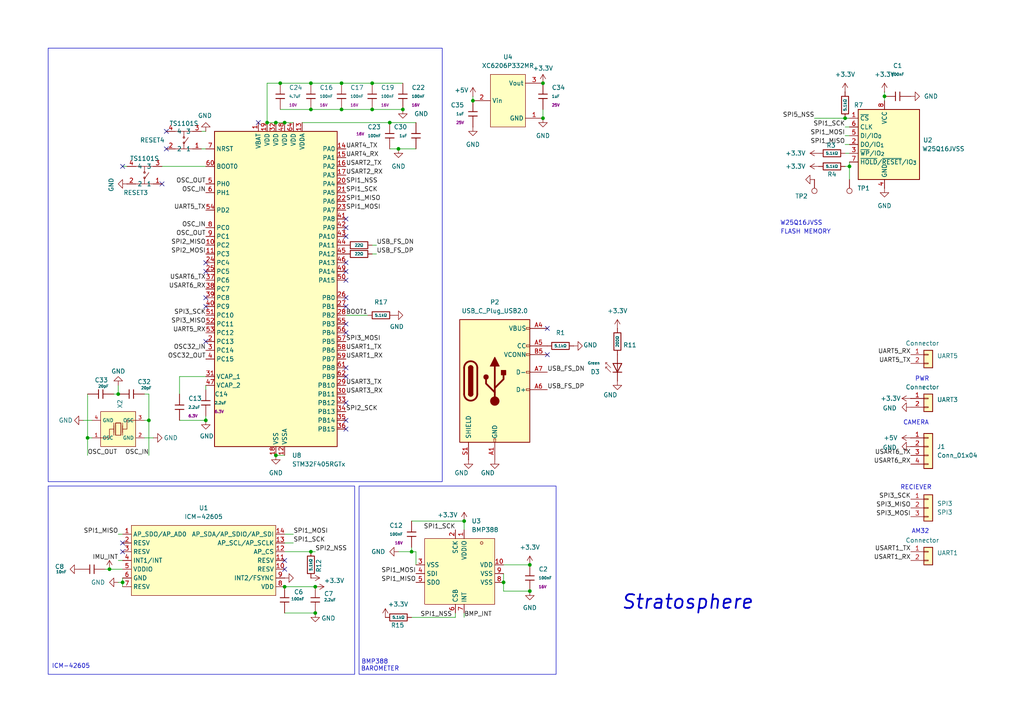
<source format=kicad_sch>
(kicad_sch (version 20250114) (generator "eeschema") (generator_version "9.0")
  (paper "A4")
  (rectangle (start 13.97 13.97) (end 128.27 139.7))
  (rectangle (start 104.14 140.97) (end 161.29 195.58))
  (rectangle (start 13.97 140.97) (end 102.87 195.58))
  (text "FLASH MEMORY\n" (at 233.68 67.31 0) (effects (font (size 1.27 1.27))))
  (text "PWR" (at 267.462 109.982 0) (effects (font (size 1.27 1.27))))
  (text "Stratosphere\n" (at 199.39 174.752 0) (effects (font (size 4 4) (thickness 0.5) (italic yes))))
  (text "ICM-42605" (at 20.574 193.294 0) (effects (font (size 1.27 1.27))))
  (text "BAROMETER\n" (at 110.236 194.056 0) (effects (font (size 1.27 1.27))))
  (text "BMP388" (at 108.712 192.024 0) (effects (font (size 1.27 1.27))))
  (text "AM32\n" (at 266.954 154.178 0) (effects (font (size 1.27 1.27))))
  (text "CAMERA\n" (at 265.684 122.682 0) (effects (font (size 1.27 1.27))))
  (text "RECIEVER\n" (at 265.684 141.478 0) (effects (font (size 1.27 1.27))))
  (text "W25Q16JVSS" (at 232.41 64.77 0) (effects (font (size 1.27 1.27))))
  (junction (at 80.01 35.56))
  (junction (at 82.55 170.18))
  (junction (at 99.06 31.75))
  (junction (at 115.57 43.18))
  (junction (at 107.95 24.13))
  (junction (at 153.67 163.83))
  (junction (at 91.44 170.18))
  (junction (at 31.75 165.1))
  (junction (at 43.18 121.92))
  (junction (at 256.54 27.94))
  (junction (at 35.56 168.91))
  (junction (at 146.05 168.91))
  (junction (at 77.47 35.56))
  (junction (at 245.11 34.29))
  (junction (at 81.28 24.13))
  (junction (at 134.62 151.13))
  (junction (at 91.44 177.8))
  (junction (at 59.69 121.92))
  (junction (at 113.03 35.56))
  (junction (at 116.84 31.75))
  (junction (at 246.38 48.26))
  (junction (at 90.17 24.13))
  (junction (at 137.16 29.21))
  (junction (at 119.38 160.02))
  (junction (at 90.17 160.02))
  (junction (at 34.29 114.3))
  (junction (at 90.17 31.75))
  (junction (at 80.01 132.08))
  (junction (at 25.4 127))
  (junction (at 157.48 34.29))
  (junction (at 153.67 171.45))
  (junction (at 157.48 24.13))
  (junction (at 82.55 35.56))
  (junction (at 107.95 31.75))
  (junction (at 99.06 24.13))
  (no_connect (at 82.55 162.56))
  (no_connect (at 158.75 102.87))
  (no_connect (at 100.33 106.68))
  (no_connect (at 100.33 109.22))
  (no_connect (at 59.69 76.2))
  (no_connect (at 100.33 93.98))
  (no_connect (at 100.33 78.74))
  (no_connect (at 100.33 116.84))
  (no_connect (at 158.75 95.25))
  (no_connect (at 59.69 88.9))
  (no_connect (at 100.33 76.2))
  (no_connect (at 59.69 86.36))
  (no_connect (at 100.33 81.28))
  (no_connect (at 74.93 35.56))
  (no_connect (at 48.26 38.1))
  (no_connect (at 35.56 157.48))
  (no_connect (at 82.55 165.1))
  (no_connect (at 100.33 88.9))
  (no_connect (at 46.99 53.34))
  (no_connect (at 59.69 78.74))
  (no_connect (at 100.33 66.04))
  (no_connect (at 100.33 124.46))
  (no_connect (at 100.33 121.92))
  (no_connect (at 100.33 63.5))
  (no_connect (at 59.69 99.06))
  (no_connect (at 48.26 43.18))
  (no_connect (at 100.33 68.58))
  (no_connect (at 100.33 86.36))
  (no_connect (at 35.56 160.02))
  (no_connect (at 100.33 96.52))
  (no_connect (at 35.56 48.26))
  (wire (pts (xy 81.28 24.13) (xy 90.17 24.13)))
  (wire (pts (xy 80.01 35.56) (xy 82.55 35.56)))
  (wire (pts (xy 31.75 165.1) (xy 35.56 165.1)))
  (wire (pts (xy 34.29 114.3) (xy 33.02 114.3)))
  (wire (pts (xy 59.69 121.92) (xy 59.69 120.65)))
  (wire (pts (xy 77.47 35.56) (xy 77.47 24.13)))
  (wire (pts (xy 77.47 24.13) (xy 81.28 24.13)))
  (wire (pts (xy 34.29 168.91) (xy 35.56 168.91)))
  (wire (pts (xy 80.01 132.08) (xy 82.55 132.08)))
  (wire (pts (xy 245.11 41.91) (xy 246.38 41.91)))
  (wire (pts (xy 43.18 114.3) (xy 43.18 121.92)))
  (wire (pts (xy 119.38 179.07) (xy 132.08 179.07)))
  (wire (pts (xy 246.38 48.26) (xy 246.38 46.99)))
  (wire (pts (xy 58.42 43.18) (xy 59.69 43.18)))
  (wire (pts (xy 146.05 163.83) (xy 153.67 163.83)))
  (wire (pts (xy 245.11 36.83) (xy 246.38 36.83)))
  (wire (pts (xy 113.03 35.56) (xy 120.65 35.56)))
  (wire (pts (xy 43.18 121.92) (xy 41.91 121.92)))
  (wire (pts (xy 46.99 48.26) (xy 59.69 48.26)))
  (wire (pts (xy 85.09 157.48) (xy 82.55 157.48)))
  (wire (pts (xy 119.38 160.02) (xy 120.65 160.02)))
  (wire (pts (xy 113.03 43.18) (xy 115.57 43.18)))
  (wire (pts (xy 44.45 127) (xy 41.91 127)))
  (wire (pts (xy 25.4 127) (xy 26.67 127)))
  (wire (pts (xy 25.4 114.3) (xy 25.4 127)))
  (wire (pts (xy 99.06 24.13) (xy 107.95 24.13)))
  (wire (pts (xy 256.54 27.94) (xy 256.54 29.21)))
  (wire (pts (xy 87.63 35.56) (xy 113.03 35.56)))
  (wire (pts (xy 107.95 31.75) (xy 116.84 31.75)))
  (wire (pts (xy 107.95 24.13) (xy 116.84 24.13)))
  (wire (pts (xy 35.56 167.64) (xy 35.56 168.91)))
  (wire (pts (xy 59.69 121.92) (xy 52.07 121.92)))
  (wire (pts (xy 137.16 27.94) (xy 137.16 29.21)))
  (wire (pts (xy 153.67 171.45) (xy 146.05 171.45)))
  (wire (pts (xy 59.69 109.22) (xy 52.07 109.22)))
  (wire (pts (xy 34.29 154.94) (xy 35.56 154.94)))
  (wire (pts (xy 146.05 166.37) (xy 146.05 168.91)))
  (wire (pts (xy 43.18 114.3) (xy 41.91 114.3)))
  (wire (pts (xy 134.62 179.07) (xy 134.62 177.8)))
  (wire (pts (xy 132.08 179.07) (xy 132.08 177.8)))
  (wire (pts (xy 115.57 160.02) (xy 119.38 160.02)))
  (wire (pts (xy 34.29 111.76) (xy 34.29 114.3)))
  (wire (pts (xy 256.54 26.67) (xy 256.54 27.94)))
  (wire (pts (xy 85.09 154.94) (xy 82.55 154.94)))
  (wire (pts (xy 157.48 31.75) (xy 157.48 34.29)))
  (wire (pts (xy 30.48 165.1) (xy 31.75 165.1)))
  (wire (pts (xy 236.22 34.29) (xy 245.11 34.29)))
  (wire (pts (xy 246.38 48.26) (xy 246.38 52.07)))
  (wire (pts (xy 82.55 35.56) (xy 85.09 35.56)))
  (wire (pts (xy 90.17 24.13) (xy 99.06 24.13)))
  (wire (pts (xy 146.05 171.45) (xy 146.05 168.91)))
  (wire (pts (xy 59.69 113.03) (xy 59.69 111.76)))
  (wire (pts (xy 245.11 34.29) (xy 246.38 34.29)))
  (wire (pts (xy 109.22 71.12) (xy 107.95 71.12)))
  (wire (pts (xy 100.33 91.44) (xy 106.68 91.44)))
  (wire (pts (xy 134.62 151.13) (xy 119.38 151.13)))
  (wire (pts (xy 119.38 158.75) (xy 119.38 160.02)))
  (wire (pts (xy 25.4 132.08) (xy 25.4 127)))
  (wire (pts (xy 90.17 31.75) (xy 99.06 31.75)))
  (wire (pts (xy 34.29 162.56) (xy 35.56 162.56)))
  (wire (pts (xy 82.55 177.8) (xy 91.44 177.8)))
  (wire (pts (xy 99.06 31.75) (xy 107.95 31.75)))
  (wire (pts (xy 82.55 160.02) (xy 90.17 160.02)))
  (wire (pts (xy 82.55 170.18) (xy 91.44 170.18)))
  (wire (pts (xy 120.65 43.18) (xy 115.57 43.18)))
  (wire (pts (xy 120.65 160.02) (xy 120.65 163.83)))
  (wire (pts (xy 77.47 35.56) (xy 80.01 35.56)))
  (wire (pts (xy 245.11 39.37) (xy 246.38 39.37)))
  (wire (pts (xy 134.62 153.67) (xy 134.62 151.13)))
  (wire (pts (xy 58.42 38.1) (xy 59.69 38.1)))
  (wire (pts (xy 245.11 48.26) (xy 246.38 48.26)))
  (wire (pts (xy 245.11 44.45) (xy 246.38 44.45)))
  (wire (pts (xy 43.18 121.92) (xy 43.18 132.08)))
  (wire (pts (xy 52.07 109.22) (xy 52.07 114.3)))
  (wire (pts (xy 90.17 160.02) (xy 91.44 160.02)))
  (wire (pts (xy 107.95 73.66) (xy 109.22 73.66)))
  (wire (pts (xy 81.28 31.75) (xy 90.17 31.75)))
  (wire (pts (xy 35.56 48.26) (xy 36.83 48.26)))
  (wire (pts (xy 35.56 168.91) (xy 35.56 170.18)))
  (wire (pts (xy 24.13 121.92) (xy 26.67 121.92)))
  (label "SPI1_SCK" (at 100.33 55.88 0))
  (label "SPI3_MOSI" (at 264.16 149.86 180))
  (label "SPI2_NSS" (at 91.44 160.02 0))
  (label "USB_FS_DN" (at 109.22 71.12 0))
  (label "SPI2_MOSI" (at 59.69 73.66 180))
  (label "SPI1_SCK" (at 245.11 36.83 180))
  (label "OSC_IN" (at 43.18 132.08 180))
  (label "UART5_RX" (at 59.69 96.52 180))
  (label "SPI1_MISO" (at 245.11 41.91 180))
  (label "SPI3_SCK" (at 264.16 144.78 180))
  (label "OSC32_OUT" (at 59.69 104.14 180))
  (label "SPI3_MOSI" (at 100.33 99.06 0))
  (label "USART6_RX" (at 59.69 83.82 180))
  (label "USART3_RX" (at 100.33 114.3 0))
  (label "SPI3_SCK" (at 59.69 91.44 180))
  (label "OSC_IN" (at 59.69 55.88 180))
  (label "SPI3_MISO" (at 264.16 147.32 180))
  (label "USART6_TX" (at 264.16 132.08 180))
  (label "USB_FS_DN" (at 158.75 107.95 0))
  (label "UART5_TX" (at 59.69 60.96 180))
  (label "SPI1_MOSI" (at 85.09 154.94 0))
  (label "SPI1_NSS" (at 100.33 53.34 0))
  (label "SPI1_MOSI" (at 120.65 166.37 180))
  (label "USART6_RX" (at 264.16 134.62 180))
  (label "USART1_RX" (at 264.16 162.56 180))
  (label "SPI1_MISO" (at 120.65 168.91 180))
  (label "UART5_TX" (at 264.16 105.41 180))
  (label "USART2_TX" (at 100.33 48.26 0))
  (label "BMP_INT" (at 134.62 179.07 0))
  (label "SPI1_MOSI" (at 245.11 39.37 180))
  (label "SPI1_NSS" (at 121.92 179.07 0))
  (label "UART5_RX" (at 264.16 102.87 180))
  (label "USART3_TX" (at 100.33 111.76 0))
  (label "OSC_OUT" (at 59.69 53.34 180))
  (label "BOOT1" (at 100.33 91.44 0))
  (label "OSC_IN" (at 59.69 66.04 180))
  (label "SPI1_MOSI" (at 100.33 60.96 0))
  (label "SPI1_MISO" (at 100.33 58.42 0))
  (label "SPI1_SCK" (at 85.09 157.48 0))
  (label "USART2_RX" (at 100.33 50.8 0))
  (label "SPI1_SCK" (at 132.08 153.67 180))
  (label "UART4_TX" (at 100.33 43.18 0))
  (label "USART1_TX" (at 264.16 160.02 180))
  (label "OSC32_IN" (at 59.69 101.6 180))
  (label "OSC_OUT" (at 25.4 132.08 0))
  (label "USART1_TX" (at 100.33 101.6 0))
  (label "SPI2_MISO" (at 59.69 71.12 180))
  (label "USB_FS_DP" (at 158.75 113.03 0))
  (label "SPI2_SCK" (at 100.33 119.38 0))
  (label "IMU_INT" (at 34.29 162.56 180))
  (label "USART1_RX" (at 100.33 104.14 0))
  (label "USB_FS_DP" (at 109.22 73.66 0))
  (label "USART6_TX" (at 59.69 81.28 180))
  (label "SPI5_NSS" (at 236.22 34.29 180))
  (label "OSC_OUT" (at 59.69 68.58 180))
  (label "SPI3_MISO" (at 59.69 93.98 180))
  (label "SPI1_MISO" (at 34.29 154.94 180))
  (label "UART4_RX" (at 100.33 45.72 0))
  (symbol (lib_id "PCM_JLCPCB-Resistors:0402,200Ω") (at 179.07 99.06 0) (unit 1)
    (property "Reference" "R11" (at 184.658 100.076 0) (effects (justify right)))
    (property "Value" "200Ω" (at 179.07 99.06 90) (effects (font (size 0.8 0.8))))
    (property "Footprint" "PCM_JLCPCB:R_0402" (effects (hide yes)))
    (property "Datasheet" "https://www.lcsc.com/datasheet/lcsc_datasheet_2205311900_UNI-ROYAL-Uniroyal-Elec-0402WGF2000TCE_C25087.pdf" (effects (hide yes)))
    (property "Description" "62.5mW Thick Film Resistors 50V ±100ppm/°C ±1% 200Ω 0402 Chip Resistor - Surface Mount ROHS" (effects (hide yes)))
    (property "Stock" "981717" (effects (hide yes)))
    (property "Price" "0.004USD" (effects (hide yes)))
    (property "Process" "SMT" (effects (hide yes)))
    (property "Attrition Qty" "10" (effects (hide yes)))
    (property "Class" "Basic Component" (effects (hide yes)))
    (property "Category" "Resistors,Chip Resistor - Surface Mount" (effects (hide yes)))
    (property "Part" "0402WGF2000TCE" (effects (hide yes)))
    (property "Resistance" "200Ω" (effects (hide yes)))
    (property "Power(Watts)" "62.5mW" (effects (hide yes)))
    (property "Type" "Thick Film Resistors" (effects (hide yes)))
    (property "Overload Voltage (Max)" "50V" (effects (hide yes)))
    (property "Operating Temperature Range" "-55°C~+155°C" (effects (hide yes)))
    (property "Tolerance" "±1%" (effects (hide yes)))
    (property "Temperature Coefficient" "±100ppm/°C" (effects (hide yes)))
    (property "LCSC Part Number" "C25087" (effects (hide yes)))
  )
  (symbol (lib_id "PCM_JLCPCB-Resistors:0402,5.1kΩ") (at 241.3 48.26 270) (unit 1)
    (property "Reference" "R4" (at 241.3 50.546 90))
    (property "Value" "5.1kΩ" (at 241.3 48.26 90) (effects (font (size 0.8 0.8))))
    (property "Footprint" "PCM_JLCPCB:R_0402" (effects (hide yes)))
    (property "Datasheet" "https://www.lcsc.com/datasheet/lcsc_datasheet_2206010045_UNI-ROYAL-Uniroyal-Elec-0402WGF5101TCE_C25905.pdf" (effects (hide yes)))
    (property "Description" "62.5mW Thick Film Resistors 50V ±100ppm/°C ±1% 5.1kΩ 0402 Chip Resistor - Surface Mount ROHS" (effects (hide yes)))
    (property "Stock" "2545110" (effects (hide yes)))
    (property "Price" "0.004USD" (effects (hide yes)))
    (property "Process" "SMT" (effects (hide yes)))
    (property "Attrition Qty" "10" (effects (hide yes)))
    (property "Class" "Basic Component" (effects (hide yes)))
    (property "Category" "Resistors,Chip Resistor - Surface Mount" (effects (hide yes)))
    (property "Part" "0402WGF5101TCE" (effects (hide yes)))
    (property "Resistance" "5.1kΩ" (effects (hide yes)))
    (property "Power(Watts)" "62.5mW" (effects (hide yes)))
    (property "Type" "Thick Film Resistors" (effects (hide yes)))
    (property "Overload Voltage (Max)" "50V" (effects (hide yes)))
    (property "Operating Temperature Range" "-55°C~+155°C" (effects (hide yes)))
    (property "Tolerance" "±1%" (effects (hide yes)))
    (property "Temperature Coefficient" "±100ppm/°C" (effects (hide yes)))
    (property "LCSC Part Number" "C25905" (effects (hide yes)))
  )
  (symbol (lib_id "easyeda2kicad:TS1101S-4.5X4.5X5.5FSS") (at 53.34 40.64 180) (unit 1)
    (property "Reference" "RESET4" (at 44.196 40.64 0))
    (property "Value" "TS1101S" (at 53.34 35.814 0))
    (property "Footprint" "easyeda2kicad:SW-SMD_4P-L4.5-W4.5-P3.15-LS7.5-TL" (effects (hide yes)))
    (property "LCSC Part Number" "C49274267" (effects (hide yes)))
  )
  (symbol (lib_id "power:+5V") (at 264.16 127 90) (unit 1)
    (property "Reference" "#PWR082" (effects (hide yes)))
    (property "Value" "+5V" (at 260.35 126.9999 90) (effects (justify left)))
    (property "Description" "Power symbol creates a global label with name \"+5V\"" (effects (hide yes)))
  )
  (symbol (lib_id "power:GND") (at 264.16 118.11 270) (unit 1)
    (property "Reference" "#PWR084" (effects (hide yes)))
    (property "Value" "GND" (at 260.096 118.364 90) (effects (justify right)))
    (property "Description" "Power symbol creates a global label with name \"GND\" , ground" (effects (hide yes)))
  )
  (symbol (lib_name "0402,100nF_4") (lib_id "PCM_JLCPCB-Capacitors:0402,100nF") (at 107.95 27.94 0) (mirror y) (unit 1)
    (property "Reference" "C19" (at 110.49 25.3999 0) (effects (justify right)))
    (property "Value" "100nF" (at 110.49 27.94 0) (effects (font (size 0.8 0.8)) (justify right)))
    (property "Footprint" "PCM_JLCPCB:C_0402" (effects (hide yes)))
    (property "Datasheet" "https://www.lcsc.com/datasheet/lcsc_datasheet_2304140030_Samsung-Electro-Mechanics-CL05B104KO5NNNC_C1525.pdf" (effects (hide yes)))
    (property "Description" "16V 100nF X7R ±10% 0402 Multilayer Ceramic Capacitors MLCC - SMD/SMT ROHS" (effects (hide yes)))
    (property "LCSC" "C1525" (effects (hide yes)))
    (property "Stock" "20208285" (effects (hide yes)))
    (property "Price" "0.004USD" (effects (hide yes)))
    (property "Process" "SMT" (effects (hide yes)))
    (property "Minimum Qty" "20" (effects (hide yes)))
    (property "Attrition Qty" "10" (effects (hide yes)))
    (property "Class" "Basic Component" (effects (hide yes)))
    (property "Category" "Capacitors,Multilayer Ceramic Capacitors MLCC - SMD/SMT" (effects (hide yes)))
    (property "Manufacturer" "Samsung Electro-Mechanics" (effects (hide yes)))
    (property "Part" "CL05B104KO5NNNC" (effects (hide yes)))
    (property "Voltage Rated" "16V" (at 110.49 30.48 0) (effects (font (size 0.8 0.8)) (justify right)))
    (property "Tolerance" "±10%" (effects (hide yes)))
    (property "Capacitance" "100nF" (effects (hide yes)))
    (property "Temperature Coefficient" "X7R" (effects (hide yes)))
  )
  (symbol (lib_name "Conn_01x02_MountingPin_2") (lib_id "Connector_Generic_MountingPin:Conn_01x02_MountingPin") (at 269.24 115.57 0) (unit 1)
    (property "Reference" "UART3" (at 271.78 115.9255 0) (effects (justify left)))
    (property "Value" "Connector" (at 262.636 112.268 0) (effects (justify left)))
    (property "Footprint" "JST_GH_SM02B-GHS-TB_1x02-1MP_P1.25mm_Horizontal" (effects (hide yes)))
    (property "Description" "Generic connectable mounting pin connector, single row, 01x02, script generated (kicad-library-utils/schlib/autogen/connector/)" (effects (hide yes)))
  )
  (symbol (lib_id "power:+3.3V") (at 91.44 170.18 270) (unit 1)
    (property "Reference" "#PWR070" (effects (hide yes)))
    (property "Value" "+3.3V" (effects (hide yes)))
    (property "Description" "Power symbol creates a global label with name \"+3.3V\"" (effects (hide yes)))
  )
  (symbol (lib_id "PCM_JLCPCB-Capacitors:0402,20pF") (at 29.21 114.3 270) (mirror x) (unit 1)
    (property "Reference" "C33" (at 27.432 110.236 90) (effects (justify left)))
    (property "Value" "20pF" (at 28.448 112.014 90) (effects (font (size 0.8 0.8)) (justify left)))
    (property "Footprint" "PCM_JLCPCB:C_0402" (effects (hide yes)))
    (property "Datasheet" "https://www.lcsc.com/datasheet/lcsc_datasheet_2304140030_FH--Guangdong-Fenghua-Advanced-Tech-0402CG200J500NT_C1554.pdf" (effects (hide yes)))
    (property "Description" "50V 20pF C0G ±5% 0402 Multilayer Ceramic Capacitors MLCC - SMD/SMT ROHS" (effects (hide yes)))
    (property "Stock" "612088" (effects (hide yes)))
    (property "Price" "0.004USD" (effects (hide yes)))
    (property "Process" "SMT" (effects (hide yes)))
    (property "Attrition Qty" "10" (effects (hide yes)))
    (property "Class" "Basic Component" (effects (hide yes)))
    (property "Category" "Capacitors,Multilayer Ceramic Capacitors MLCC - SMD/SMT" (effects (hide yes)))
    (property "Part" "0402CG200J500NT" (effects (hide yes)))
    (property "Voltage Rated" "50V" (effects (hide yes)))
    (property "Tolerance" "±5%" (effects (hide yes)))
    (property "Capacitance" "20pF" (effects (hide yes)))
    (property "Temperature Coefficient" "C0G" (effects (hide yes)))
    (property "LCSC Part Number" "C1554" (effects (hide yes)))
  )
  (symbol (lib_id "power:GND") (at 115.57 43.18 0) (unit 1)
    (property "Reference" "#PWR018" (effects (hide yes)))
    (property "Value" "GND" (at 115.57 48.26 0))
    (property "Description" "Power symbol creates a global label with name \"GND\" , ground" (effects (hide yes)))
  )
  (symbol (lib_id "PCM_JLCPCB-Capacitors:0402,100nF") (at 82.55 173.99 180) (unit 1)
    (property "Reference" "C6" (at 86.614 171.704 0))
    (property "Value" "100nF" (at 86.36 173.736 0) (effects (font (size 0.8 0.8))))
    (property "Footprint" "PCM_JLCPCB:C_0402" (effects (hide yes)))
    (property "Datasheet" "https://www.lcsc.com/datasheet/lcsc_datasheet_2304140030_Samsung-Electro-Mechanics-CL05B104KO5NNNC_C1525.pdf" (effects (hide yes)))
    (property "Description" "16V 100nF X7R ±10% 0402 Multilayer Ceramic Capacitors MLCC - SMD/SMT ROHS" (effects (hide yes)))
    (property "Stock" "24076106" (effects (hide yes)))
    (property "Price" "0.004USD" (effects (hide yes)))
    (property "Process" "SMT" (effects (hide yes)))
    (property "Attrition Qty" "10" (effects (hide yes)))
    (property "Class" "Basic Component" (effects (hide yes)))
    (property "Category" "Capacitors,Multilayer Ceramic Capacitors MLCC - SMD/SMT" (effects (hide yes)))
    (property "Part" "CL05B104KO5NNNC" (effects (hide yes)))
    (property "Voltage Rated" "16V" (effects (hide yes)))
    (property "Tolerance" "±10%" (effects (hide yes)))
    (property "Capacitance" "100nF" (effects (hide yes)))
    (property "Temperature Coefficient" "X7R" (effects (hide yes)))
    (property "LCSC Part Number" "C1525" (effects (hide yes)))
  )
  (symbol (lib_id "power:+3.3V") (at 157.48 24.13 0) (unit 1)
    (property "Reference" "#PWR089" (effects (hide yes)))
    (property "Value" "+3.3V" (at 157.48 19.812 0))
    (property "Description" "Power symbol creates a global label with name \"+3.3V\"" (effects (hide yes)))
  )
  (symbol (lib_id "power:GND") (at 137.16 36.83 0) (unit 1)
    (property "Reference" "#PWR088" (effects (hide yes)))
    (property "Value" "GND" (at 137.16 41.91 0))
    (property "Description" "Power symbol creates a global label with name \"GND\" , ground" (effects (hide yes)))
  )
  (symbol (lib_id "power:+3.3V") (at 237.49 48.26 90) (unit 1)
    (property "Reference" "#PWR052" (effects (hide yes)))
    (property "Value" "+3.3V" (at 233.68 48.2599 90) (effects (justify left)))
    (property "Description" "Power symbol creates a global label with name \"+3.3V\"" (effects (hide yes)))
  )
  (symbol (lib_id "power:+3.3V") (at 237.49 44.45 90) (unit 1)
    (property "Reference" "#PWR037" (effects (hide yes)))
    (property "Value" "+3.3V" (at 233.68 44.4499 90) (effects (justify left)))
    (property "Description" "Power symbol creates a global label with name \"+3.3V\"" (effects (hide yes)))
  )
  (symbol (lib_id "MCU_ST_STM32F4:STM32F405RGTx") (at 80.01 83.82 0) (unit 1)
    (property "Reference" "U8" (at 84.6933 132.08 0) (effects (justify left)))
    (property "Value" "STM32F405RGTx" (at 84.6933 134.62 0) (effects (justify left)))
    (property "Footprint" "Package_QFP:LQFP-64_10x10mm_P0.5mm" (effects (hide yes)))
    (property "Datasheet" "https://www.st.com/resource/en/datasheet/stm32f405rg.pdf" (effects (hide yes)))
    (property "Description" "STMicroelectronics Arm Cortex-M4 MCU, 1024KB flash, 192KB RAM, 168 MHz, 1.8-3.6V, 51 GPIO, LQFP64" (effects (hide yes)))
  )
  (symbol (lib_name "0402,2.2uF_1") (lib_id "PCM_JLCPCB-Capacitors:0402,2.2uF") (at 59.69 116.84 0) (unit 1)
    (property "Reference" "C14" (at 62.23 114.2999 0) (effects (justify left)))
    (property "Value" "2.2uF" (at 62.23 116.84 0) (effects (font (size 0.8 0.8)) (justify left)))
    (property "Footprint" "PCM_JLCPCB:C_0402" (effects (hide yes)))
    (property "Datasheet" "https://www.lcsc.com/datasheet/lcsc_datasheet_2304140030_Samsung-Electro-Mechanics-CL05A225MQ5NSNC_C12530.pdf" (effects (hide yes)))
    (property "Description" "6.3V 2.2uF X5R ±20% 0402 Multilayer Ceramic Capacitors MLCC - SMD/SMT ROHS" (effects (hide yes)))
    (property "LCSC" "C12530" (effects (hide yes)))
    (property "Stock" "4528431" (effects (hide yes)))
    (property "Price" "0.006USD" (effects (hide yes)))
    (property "Process" "SMT" (effects (hide yes)))
    (property "Minimum Qty" "20" (effects (hide yes)))
    (property "Attrition Qty" "10" (effects (hide yes)))
    (property "Class" "Basic Component" (effects (hide yes)))
    (property "Category" "Capacitors,Multilayer Ceramic Capacitors MLCC - SMD/SMT" (effects (hide yes)))
    (property "Manufacturer" "Samsung Electro-Mechanics" (effects (hide yes)))
    (property "Part" "CL05A225MQ5NSNC" (effects (hide yes)))
    (property "Voltage Rated" "6.3V" (at 62.23 119.38 0) (effects (font (size 0.8 0.8)) (justify left)))
    (property "Tolerance" "±20%" (effects (hide yes)))
    (property "Capacitance" "2.2uF" (effects (hide yes)))
    (property "Temperature Coefficient" "X5R" (effects (hide yes)))
  )
  (symbol (lib_id "power:+3.3V") (at 264.16 115.57 90) (unit 1)
    (property "Reference" "#PWR085" (effects (hide yes)))
    (property "Value" "+3.3V" (at 258.318 115.57 90))
    (property "Description" "Power symbol creates a global label with name \"+3.3V\"" (effects (hide yes)))
  )
  (symbol (lib_id "power:+3.3V") (at 179.07 95.25 0) (unit 1)
    (property "Reference" "#PWR090" (effects (hide yes)))
    (property "Value" "+3.3V" (at 179.07 90.17 0))
    (property "Description" "Power symbol creates a global label with name \"+3.3V\"" (effects (hide yes)))
  )
  (symbol (lib_id "power:GND") (at 143.51 133.35 0) (unit 1)
    (property "Reference" "#PWR016" (effects (hide yes)))
    (property "Value" "GND" (at 143.5101 137.16 0) (effects (justify right)))
    (property "Description" "Power symbol creates a global label with name \"GND\" , ground" (effects (hide yes)))
  )
  (symbol (lib_id "power:GND") (at 135.89 133.35 0) (unit 1)
    (property "Reference" "#PWR042" (effects (hide yes)))
    (property "Value" "GND" (at 135.8901 137.16 0) (effects (justify right)))
    (property "Description" "Power symbol creates a global label with name \"GND\" , ground" (effects (hide yes)))
  )
  (symbol (lib_id "power:GND") (at 44.45 127 90) (unit 1)
    (property "Reference" "#PWR080" (effects (hide yes)))
    (property "Value" "GND" (at 49.53 127 90))
    (property "Description" "Power symbol creates a global label with name \"GND\" , ground" (effects (hide yes)))
  )
  (symbol (lib_name "0402,100nF_4") (lib_id "PCM_JLCPCB-Capacitors:0402,100nF") (at 113.03 39.37 0) (unit 1)
    (property "Reference" "C23" (at 110.49 36.8299 0) (effects (justify right)))
    (property "Value" "100nF" (at 110.49 39.37 0) (effects (font (size 0.8 0.8)) (justify right)))
    (property "Footprint" "PCM_JLCPCB:C_0402" (effects (hide yes)))
    (property "Datasheet" "https://www.lcsc.com/datasheet/lcsc_datasheet_2304140030_Samsung-Electro-Mechanics-CL05B104KO5NNNC_C1525.pdf" (effects (hide yes)))
    (property "Description" "16V 100nF X7R ±10% 0402 Multilayer Ceramic Capacitors MLCC - SMD/SMT ROHS" (effects (hide yes)))
    (property "LCSC" "C1525" (effects (hide yes)))
    (property "Stock" "20208285" (effects (hide yes)))
    (property "Price" "0.004USD" (effects (hide yes)))
    (property "Process" "SMT" (effects (hide yes)))
    (property "Minimum Qty" "20" (effects (hide yes)))
    (property "Attrition Qty" "10" (effects (hide yes)))
    (property "Class" "Basic Component" (effects (hide yes)))
    (property "Category" "Capacitors,Multilayer Ceramic Capacitors MLCC - SMD/SMT" (effects (hide yes)))
    (property "Manufacturer" "Samsung Electro-Mechanics" (effects (hide yes)))
    (property "Part" "CL05B104KO5NNNC" (effects (hide yes)))
    (property "Voltage Rated" "16V" (at 105.664 38.862 0) (effects (font (size 0.8 0.8)) (justify right)))
    (property "Tolerance" "±10%" (effects (hide yes)))
    (property "Capacitance" "100nF" (effects (hide yes)))
    (property "Temperature Coefficient" "X7R" (effects (hide yes)))
  )
  (symbol (lib_id "easyeda2kicad:ICM-42605") (at 59.69 161.29 0) (unit 1)
    (property "Reference" "U1" (at 59.055 147.32 0))
    (property "Value" "ICM-42605" (at 59.055 149.86 0))
    (property "Footprint" "easyeda2kicad:LGA-14_L3.0-W2.5-P0.50-TL" (effects (hide yes)))
    (property "LCSC Part Number" "C2655099" (effects (hide yes)))
  )
  (symbol (lib_name "Conn_01x02_MountingPin_2") (lib_id "Connector_Generic_MountingPin:Conn_01x02_MountingPin") (at 269.24 160.02 0) (unit 1)
    (property "Reference" "UART1" (at 271.78 160.3755 0) (effects (justify left)))
    (property "Value" "Connector" (at 262.636 156.718 0) (effects (justify left)))
    (property "Footprint" "JST_GH_SM02B-GHS-TB_1x02-1MP_P1.25mm_Horizontal" (effects (hide yes)))
    (property "Description" "Generic connectable mounting pin connector, single row, 01x02, script generated (kicad-library-utils/schlib/autogen/connector/)" (effects (hide yes)))
  )
  (symbol (lib_id "PCM_JLCPCB-Capacitors:0402,20pF") (at 38.1 114.3 270) (mirror x) (unit 1)
    (property "Reference" "C32" (at 39.878 110.744 90) (effects (justify left)))
    (property "Value" "20pF" (at 40.894 112.522 90) (effects (font (size 0.8 0.8)) (justify left)))
    (property "Footprint" "PCM_JLCPCB:C_0402" (effects (hide yes)))
    (property "Datasheet" "https://www.lcsc.com/datasheet/lcsc_datasheet_2304140030_FH--Guangdong-Fenghua-Advanced-Tech-0402CG200J500NT_C1554.pdf" (effects (hide yes)))
    (property "Description" "50V 20pF C0G ±5% 0402 Multilayer Ceramic Capacitors MLCC - SMD/SMT ROHS" (effects (hide yes)))
    (property "Stock" "612088" (effects (hide yes)))
    (property "Price" "0.004USD" (effects (hide yes)))
    (property "Process" "SMT" (effects (hide yes)))
    (property "Attrition Qty" "10" (effects (hide yes)))
    (property "Class" "Basic Component" (effects (hide yes)))
    (property "Category" "Capacitors,Multilayer Ceramic Capacitors MLCC - SMD/SMT" (effects (hide yes)))
    (property "Part" "0402CG200J500NT" (effects (hide yes)))
    (property "Voltage Rated" "50V" (effects (hide yes)))
    (property "Tolerance" "±5%" (effects (hide yes)))
    (property "Capacitance" "20pF" (effects (hide yes)))
    (property "Temperature Coefficient" "C0G" (effects (hide yes)))
    (property "LCSC Part Number" "C1554" (effects (hide yes)))
  )
  (symbol (lib_id "power:GND") (at 22.86 165.1 270) (unit 1)
    (property "Reference" "#PWR064" (effects (hide yes)))
    (property "Value" "GND" (effects (hide yes)))
    (property "Description" "Power symbol creates a global label with name \"GND\" , ground" (effects (hide yes)))
  )
  (symbol (lib_id "PCM_JLCPCB-Resistors:0402,5.1kΩ") (at 241.3 44.45 270) (unit 1)
    (property "Reference" "R3" (at 241.046 42.164 90))
    (property "Value" "5.1kΩ" (at 241.3 44.45 90) (effects (font (size 0.8 0.8))))
    (property "Footprint" "PCM_JLCPCB:R_0402" (effects (hide yes)))
    (property "Datasheet" "https://www.lcsc.com/datasheet/lcsc_datasheet_2206010045_UNI-ROYAL-Uniroyal-Elec-0402WGF5101TCE_C25905.pdf" (effects (hide yes)))
    (property "Description" "62.5mW Thick Film Resistors 50V ±100ppm/°C ±1% 5.1kΩ 0402 Chip Resistor - Surface Mount ROHS" (effects (hide yes)))
    (property "Stock" "2545110" (effects (hide yes)))
    (property "Price" "0.004USD" (effects (hide yes)))
    (property "Process" "SMT" (effects (hide yes)))
    (property "Attrition Qty" "10" (effects (hide yes)))
    (property "Class" "Basic Component" (effects (hide yes)))
    (property "Category" "Resistors,Chip Resistor - Surface Mount" (effects (hide yes)))
    (property "Part" "0402WGF5101TCE" (effects (hide yes)))
    (property "Resistance" "5.1kΩ" (effects (hide yes)))
    (property "Power(Watts)" "62.5mW" (effects (hide yes)))
    (property "Type" "Thick Film Resistors" (effects (hide yes)))
    (property "Overload Voltage (Max)" "50V" (effects (hide yes)))
    (property "Operating Temperature Range" "-55°C~+155°C" (effects (hide yes)))
    (property "Tolerance" "±1%" (effects (hide yes)))
    (property "Temperature Coefficient" "±100ppm/°C" (effects (hide yes)))
    (property "LCSC Part Number" "C25905" (effects (hide yes)))
  )
  (symbol (lib_id "PCM_JLCPCB-Resistors:0402,5.1kΩ") (at 162.56 100.33 270) (unit 1)
    (property "Reference" "R1" (at 162.56 96.52 90))
    (property "Value" "5.1kΩ" (at 162.56 100.33 90) (effects (font (size 0.8 0.8))))
    (property "Footprint" "PCM_JLCPCB:R_0402" (effects (hide yes)))
    (property "Datasheet" "https://www.lcsc.com/datasheet/lcsc_datasheet_2206010045_UNI-ROYAL-Uniroyal-Elec-0402WGF5101TCE_C25905.pdf" (effects (hide yes)))
    (property "Description" "62.5mW Thick Film Resistors 50V ±100ppm/°C ±1% 5.1kΩ 0402 Chip Resistor - Surface Mount ROHS" (effects (hide yes)))
    (property "Stock" "2545110" (effects (hide yes)))
    (property "Price" "0.004USD" (effects (hide yes)))
    (property "Process" "SMT" (effects (hide yes)))
    (property "Attrition Qty" "10" (effects (hide yes)))
    (property "Class" "Basic Component" (effects (hide yes)))
    (property "Category" "Resistors,Chip Resistor - Surface Mount" (effects (hide yes)))
    (property "Part" "0402WGF5101TCE" (effects (hide yes)))
    (property "Resistance" "5.1kΩ" (effects (hide yes)))
    (property "Power(Watts)" "62.5mW" (effects (hide yes)))
    (property "Type" "Thick Film Resistors" (effects (hide yes)))
    (property "Overload Voltage (Max)" "50V" (effects (hide yes)))
    (property "Operating Temperature Range" "-55°C~+155°C" (effects (hide yes)))
    (property "Tolerance" "±1%" (effects (hide yes)))
    (property "Temperature Coefficient" "±100ppm/°C" (effects (hide yes)))
    (property "LCSC Part Number" "C25905" (effects (hide yes)))
  )
  (symbol (lib_id "easyeda2kicad:XC6206P332MR") (at 147.32 29.21 0) (unit 1)
    (property "Reference" "U4" (at 147.32 16.51 0))
    (property "Value" "XC6206P332MR" (at 147.32 19.05 0))
    (property "Footprint" "easyeda2kicad:SOT-23-3_L2.9-W1.6-P1.90-LS2.8-BR" (effects (hide yes)))
    (property "Datasheet" "https://lcsc.com/product-detail/Low-Dropout-Regulators-LDO_XC6206P332MR_C5446.html" (effects (hide yes)))
    (property "LCSC Part" "C5446" (effects (hide yes)))
  )
  (symbol (lib_id "Connector:USB_C_Plug_USB2.0") (at 143.51 110.49 0) (unit 1)
    (property "Reference" "P2" (at 143.51 87.63 0))
    (property "Value" "USB_C_Plug_USB2.0" (at 143.51 90.17 0))
    (property "Footprint" "Connector_USB:USB_C_Receptacle_GCT_USB4105-xx-A_16P_TopMnt_Horizontal" (effects (hide yes)))
    (property "Datasheet" "https://www.usb.org/sites/default/files/documents/usb_type-c.zip" (effects (hide yes)))
    (property "Description" "USB 2.0-only Type-C Plug connector" (effects (hide yes)))
  )
  (symbol (lib_id "power:GND") (at 115.57 160.02 270) (unit 1)
    (property "Reference" "#PWR013" (effects (hide yes)))
    (property "Value" "GND" (at 111.76 160.0199 90) (effects (justify right)))
    (property "Description" "Power symbol creates a global label with name \"GND\" , ground" (effects (hide yes)))
  )
  (symbol (lib_id "PCM_JLCPCB-Diodes:LED,0805,Green") (at 179.07 106.68 0) (unit 1)
    (property "Reference" "D3" (at 173.99 107.8549 0) (effects (justify right)))
    (property "Value" "Green" (at 173.99 105.3148 0) (effects (font (size 0.8 0.8)) (justify right)))
    (property "Footprint" "PCM_JLCPCB:D_0805" (effects (hide yes)))
    (property "Datasheet" "https://www.lcsc.com/datasheet/lcsc_datasheet_1806151820_Hubei-KENTO-Elec-KT-0805G_C2297.pdf" (effects (hide yes)))
    (property "Description" "Emerald 0805 LED Indication - Discrete ROHS" (effects (hide yes)))
    (property "Stock" "815143" (effects (hide yes)))
    (property "Price" "0.014USD" (effects (hide yes)))
    (property "Process" "SMT" (effects (hide yes)))
    (property "Attrition Qty" "10" (effects (hide yes)))
    (property "Class" "Basic Component" (effects (hide yes)))
    (property "Category" "Optoelectronics,Light Emitting Diodes (LED)" (effects (hide yes)))
    (property "Part" "KT-0805G" (effects (hide yes)))
    (property "Emitted Color" "Emerald" (effects (hide yes)))
    (property "LCSC Part Number" "C2297" (effects (hide yes)))
  )
  (symbol (lib_id "Connector_Generic:Conn_01x03") (at 269.24 147.32 0) (unit 1)
    (property "Reference" "SPI3" (at 271.78 146.0499 0) (effects (justify left)))
    (property "Value" "SPI3" (at 271.78 148.5899 0) (effects (justify left)))
    (property "Footprint" "Connector_JST:JST_GH_SM03B-GHS-TB_1x03-1MP_P1.25mm_Horizontal" (effects (hide yes)))
    (property "Description" "Generic connector, single row, 01x03, script generated (kicad-library-utils/schlib/autogen/connector/)" (effects (hide yes)))
  )
  (symbol (lib_id "power:GND") (at 236.22 52.07 270) (unit 1)
    (property "Reference" "#PWR072" (effects (hide yes)))
    (property "Value" "GND" (effects (hide yes)))
    (property "Description" "Power symbol creates a global label with name \"GND\" , ground" (effects (hide yes)))
  )
  (symbol (lib_id "power:GND") (at 36.83 53.34 270) (unit 1)
    (property "Reference" "#PWR045" (effects (hide yes)))
    (property "Value" "GND" (at 32.258 53.594 0))
    (property "Description" "Power symbol creates a global label with name \"GND\" , ground" (effects (hide yes)))
  )
  (symbol (lib_id "power:GND") (at 179.07 110.49 0) (unit 1)
    (property "Reference" "#PWR010" (effects (hide yes)))
    (property "Value" "GND" (at 179.07 114.554 0) (effects (justify right)))
    (property "Description" "Power symbol creates a global label with name \"GND\" , ground" (effects (hide yes)))
  )
  (symbol (lib_id "Connector:TestPoint") (at 246.38 52.07 180) (unit 1)
    (property "Reference" "TP1" (at 248.666 54.61 0) (effects (justify right)))
    (property "Value" "TestPoint" (effects (hide yes)))
    (property "Description" "test point" (effects (hide yes)))
  )
  (symbol (lib_name "0402,5.1kΩ_2") (lib_id "PCM_JLCPCB-Resistors:0402,5.1kΩ") (at 90.17 163.83 180) (unit 1)
    (property "Reference" "R12" (at 92.456 164.084 90))
    (property "Value" "5.1kΩ" (at 90.17 163.83 90) (effects (font (size 0.8 0.8))))
    (property "Footprint" "PCM_JLCPCB:R_0402" (effects (hide yes)))
    (property "Datasheet" "https://www.lcsc.com/datasheet/lcsc_datasheet_2206010045_UNI-ROYAL-Uniroyal-Elec-0402WGF5101TCE_C25905.pdf" (effects (hide yes)))
    (property "Description" "62.5mW Thick Film Resistors 50V ±100ppm/°C ±1% 5.1kΩ 0402 Chip Resistor - Surface Mount ROHS" (effects (hide yes)))
    (property "Stock" "2504561" (effects (hide yes)))
    (property "Price" "0.004USD" (effects (hide yes)))
    (property "Process" "SMT" (effects (hide yes)))
    (property "Attrition Qty" "10" (effects (hide yes)))
    (property "Class" "Basic Component" (effects (hide yes)))
    (property "Category" "Resistors,Chip Resistor - Surface Mount" (effects (hide yes)))
    (property "Part" "0402WGF5101TCE" (effects (hide yes)))
    (property "Resistance" "5.1kΩ" (effects (hide yes)))
    (property "Power(Watts)" "62.5mW" (effects (hide yes)))
    (property "Type" "Thick Film Resistors" (effects (hide yes)))
    (property "Overload Voltage (Max)" "50V" (effects (hide yes)))
    (property "Operating Temperature Range" "-55°C~+155°C" (effects (hide yes)))
    (property "Tolerance" "±1%" (effects (hide yes)))
    (property "Temperature Coefficient" "±100ppm/°C" (effects (hide yes)))
    (property "LCSC Part Number" "C25905" (effects (hide yes)))
  )
  (symbol (lib_id "power:GND") (at 59.69 38.1 180) (unit 1)
    (property "Reference" "#PWR077" (effects (hide yes)))
    (property "Value" "GND" (at 59.436 33.528 0))
    (property "Description" "Power symbol creates a global label with name \"GND\" , ground" (effects (hide yes)))
  )
  (symbol (lib_id "Memory_Flash:W25Q16JVSS") (at 256.54 41.91 0) (unit 1)
    (property "Reference" "U2" (at 267.716 40.64 0) (effects (justify left)))
    (property "Value" "W25Q16JVSS" (at 267.462 43.18 0) (effects (justify left)))
    (property "Footprint" "Package_SO:SOIC-8_5.3x5.3mm_P1.27mm" (effects (hide yes)))
    (property "Datasheet" "https://www.winbond.com/hq/support/documentation/levelOne.jsp?__locale=en&DocNo=DA00-W25Q16JV.1" (effects (hide yes)))
    (property "Description" "16Mbit / 2MiB Serial Flash Memory, Standard/Dual/Quad SPI, 2.7-3.6V, SOIC-8 (208 mil)" (effects (hide yes)))
    (property "LCSC Part Number" "C131025" (effects (hide yes)))
  )
  (symbol (lib_id "power:GND") (at 264.16 129.54 270) (unit 1)
    (property "Reference" "#PWR083" (effects (hide yes)))
    (property "Value" "GND" (at 260.096 129.794 90) (effects (justify right)))
    (property "Description" "Power symbol creates a global label with name \"GND\" , ground" (effects (hide yes)))
  )
  (symbol (lib_id "easyeda2kicad:TS1101S-4.5X4.5X5.5FSS") (at 41.91 50.8 180) (unit 1)
    (property "Reference" "RESET3" (at 39.37 55.88 0))
    (property "Value" "TS1101S" (at 41.91 45.974 0))
    (property "Footprint" "easyeda2kicad:SW-SMD_4P-L4.5-W4.5-P3.15-LS7.5-TL" (effects (hide yes)))
    (property "LCSC Part Number" "C49274267" (effects (hide yes)))
  )
  (symbol (lib_id "power:+3.3V") (at 90.17 167.64 270) (unit 1)
    (property "Reference" "#PWR066" (effects (hide yes)))
    (property "Value" "+3.3V" (at 93.98 168.402 90) (effects (justify left)))
    (property "Description" "Power symbol creates a global label with name \"+3.3V\"" (effects (hide yes)))
  )
  (symbol (lib_name "0402,100nF_4") (lib_id "PCM_JLCPCB-Capacitors:0402,100nF") (at 99.06 27.94 0) (mirror y) (unit 1)
    (property "Reference" "C17" (at 101.6 25.3999 0) (effects (justify right)))
    (property "Value" "100nF" (at 101.6 27.94 0) (effects (font (size 0.8 0.8)) (justify right)))
    (property "Footprint" "PCM_JLCPCB:C_0402" (effects (hide yes)))
    (property "Datasheet" "https://www.lcsc.com/datasheet/lcsc_datasheet_2304140030_Samsung-Electro-Mechanics-CL05B104KO5NNNC_C1525.pdf" (effects (hide yes)))
    (property "Description" "16V 100nF X7R ±10% 0402 Multilayer Ceramic Capacitors MLCC - SMD/SMT ROHS" (effects (hide yes)))
    (property "LCSC" "C1525" (effects (hide yes)))
    (property "Stock" "20208285" (effects (hide yes)))
    (property "Price" "0.004USD" (effects (hide yes)))
    (property "Process" "SMT" (effects (hide yes)))
    (property "Minimum Qty" "20" (effects (hide yes)))
    (property "Attrition Qty" "10" (effects (hide yes)))
    (property "Class" "Basic Component" (effects (hide yes)))
    (property "Category" "Capacitors,Multilayer Ceramic Capacitors MLCC - SMD/SMT" (effects (hide yes)))
    (property "Manufacturer" "Samsung Electro-Mechanics" (effects (hide yes)))
    (property "Part" "CL05B104KO5NNNC" (effects (hide yes)))
    (property "Voltage Rated" "16V" (at 101.6 30.48 0) (effects (font (size 0.8 0.8)) (justify right)))
    (property "Tolerance" "±10%" (effects (hide yes)))
    (property "Capacitance" "100nF" (effects (hide yes)))
    (property "Temperature Coefficient" "X7R" (effects (hide yes)))
  )
  (symbol (lib_id "power:GND") (at 24.13 121.92 270) (unit 1)
    (property "Reference" "#PWR081" (effects (hide yes)))
    (property "Value" "GND" (at 19.05 121.92 90))
    (property "Description" "Power symbol creates a global label with name \"GND\" , ground" (effects (hide yes)))
  )
  (symbol (lib_id "power:GND") (at 34.29 168.91 270) (unit 1)
    (property "Reference" "#PWR063" (effects (hide yes)))
    (property "Value" "GND" (at 30.48 168.9099 90) (effects (justify right)))
    (property "Description" "Power symbol creates a global label with name \"GND\" , ground" (effects (hide yes)))
  )
  (symbol (lib_id "power:GND") (at 82.55 167.64 90) (unit 1)
    (property "Reference" "#PWR065" (effects (hide yes)))
    (property "Value" "GND" (effects (hide yes)))
    (property "Description" "Power symbol creates a global label with name \"GND\" , ground" (effects (hide yes)))
  )
  (symbol (lib_name "0402,2.2uF_1") (lib_id "PCM_JLCPCB-Capacitors:0402,2.2uF") (at 52.07 118.11 0) (unit 1)
    (property "Reference" "C13" (at 54.61 115.5699 0) (effects (justify left)))
    (property "Value" "2.2uF" (at 54.61 118.11 0) (effects (font (size 0.8 0.8)) (justify left)))
    (property "Footprint" "PCM_JLCPCB:C_0402" (effects (hide yes)))
    (property "Datasheet" "https://www.lcsc.com/datasheet/lcsc_datasheet_2304140030_Samsung-Electro-Mechanics-CL05A225MQ5NSNC_C12530.pdf" (effects (hide yes)))
    (property "Description" "6.3V 2.2uF X5R ±20% 0402 Multilayer Ceramic Capacitors MLCC - SMD/SMT ROHS" (effects (hide yes)))
    (property "LCSC" "C12530" (effects (hide yes)))
    (property "Stock" "4528431" (effects (hide yes)))
    (property "Price" "0.006USD" (effects (hide yes)))
    (property "Process" "SMT" (effects (hide yes)))
    (property "Minimum Qty" "20" (effects (hide yes)))
    (property "Attrition Qty" "10" (effects (hide yes)))
    (property "Class" "Basic Component" (effects (hide yes)))
    (property "Category" "Capacitors,Multilayer Ceramic Capacitors MLCC - SMD/SMT" (effects (hide yes)))
    (property "Manufacturer" "Samsung Electro-Mechanics" (effects (hide yes)))
    (property "Part" "CL05A225MQ5NSNC" (effects (hide yes)))
    (property "Voltage Rated" "6.3V" (at 54.61 120.65 0) (effects (font (size 0.8 0.8)) (justify left)))
    (property "Tolerance" "±20%" (effects (hide yes)))
    (property "Capacitance" "2.2uF" (effects (hide yes)))
    (property "Temperature Coefficient" "X5R" (effects (hide yes)))
  )
  (symbol (lib_id "easyeda2kicad:BMP388") (at 132.08 165.1 0) (unit 1)
    (property "Reference" "U3" (at 136.7633 151.13 0) (effects (justify left)))
    (property "Value" "BMP388" (at 136.7633 153.67 0) (effects (justify left)))
    (property "Footprint" "easyeda2kicad:SENSORM-SMD_BMP388" (effects (hide yes)))
    (property "LCSC Part" "C779278" (effects (hide yes)))
  )
  (symbol (lib_id "PCM_JLCPCB-Capacitors:0402,2.2uF") (at 91.44 173.99 0) (unit 1)
    (property "Reference" "C7" (at 93.98 172.212 0) (effects (justify left)))
    (property "Value" "2.2uF" (at 93.98 173.99 0) (effects (font (size 0.8 0.8)) (justify left)))
    (property "Footprint" "PCM_JLCPCB:C_0402" (effects (hide yes)))
    (property "Datasheet" "https://www.lcsc.com/datasheet/lcsc_datasheet_2304140030_Samsung-Electro-Mechanics-CL05A225MQ5NSNC_C12530.pdf" (effects (hide yes)))
    (property "Description" "6.3V 2.2uF X5R ±20% 0402 Multilayer Ceramic Capacitors MLCC - SMD/SMT ROHS" (effects (hide yes)))
    (property "Category" "Capacitors,Multilayer Ceramic Capacitors MLCC - SMD/SMT" (effects (hide yes)))
    (property "Part" "CL05A225MQ5NSNC" (effects (hide yes)))
    (property "Voltage Rated" "10V" (effects (hide yes)))
    (property "Tolerance" "±10%" (effects (hide yes)))
    (property "Capacitance" "2.2uF" (effects (hide yes)))
    (property "Temperature Coefficient" "X7R" (effects (hide yes)))
    (property "LCSC Part Number" "C2999759" (effects (hide yes)))
  )
  (symbol (lib_id "power:GND") (at 80.01 132.08 0) (unit 1)
    (property "Reference" "#PWR076" (effects (hide yes)))
    (property "Value" "GND" (at 80.01 137.16 0))
    (property "Description" "Power symbol creates a global label with name \"GND\" , ground" (effects (hide yes)))
  )
  (symbol (lib_name "0402,100nF_3") (lib_id "PCM_JLCPCB-Capacitors:0402,100nF") (at 119.38 154.94 0) (mirror y) (unit 1)
    (property "Reference" "C12" (at 116.84 152.3999 0) (effects (justify left)))
    (property "Value" "100nF" (at 116.84 154.94 0) (effects (font (size 0.8 0.8)) (justify left)))
    (property "Footprint" "PCM_JLCPCB:C_0402" (effects (hide yes)))
    (property "Datasheet" "https://www.lcsc.com/datasheet/lcsc_datasheet_2304140030_Samsung-Electro-Mechanics-CL05B104KO5NNNC_C1525.pdf" (effects (hide yes)))
    (property "Description" "16V 100nF X7R ±10% 0402 Multilayer Ceramic Capacitors MLCC - SMD/SMT ROHS" (effects (hide yes)))
    (property "LCSC" "C1525" (effects (hide yes)))
    (property "Stock" "20208285" (effects (hide yes)))
    (property "Price" "0.004USD" (effects (hide yes)))
    (property "Process" "SMT" (effects (hide yes)))
    (property "Minimum Qty" "20" (effects (hide yes)))
    (property "Attrition Qty" "10" (effects (hide yes)))
    (property "Class" "Basic Component" (effects (hide yes)))
    (property "Category" "Capacitors,Multilayer Ceramic Capacitors MLCC - SMD/SMT" (effects (hide yes)))
    (property "Manufacturer" "Samsung Electro-Mechanics" (effects (hide yes)))
    (property "Part" "CL05B104KO5NNNC" (effects (hide yes)))
    (property "Voltage Rated" "16V" (at 116.84 157.48 0) (effects (font (size 0.8 0.8)) (justify left)))
    (property "Tolerance" "±10%" (effects (hide yes)))
    (property "Capacitance" "100nF" (effects (hide yes)))
    (property "Temperature Coefficient" "X7R" (effects (hide yes)))
  )
  (symbol (lib_id "PCM_JLCPCB-Capacitors:0402,10nF") (at 26.67 165.1 90) (unit 1)
    (property "Reference" "C8" (at 17.272 164.338 90))
    (property "Value" "10nF" (at 17.78 165.862 90) (effects (font (size 0.8 0.8))))
    (property "Footprint" "PCM_JLCPCB:C_0402" (effects (hide yes)))
    (property "Datasheet" "https://www.lcsc.com/datasheet/lcsc_datasheet_2304140030_Samsung-Electro-Mechanics-CL05B103KB5NNNC_C15195.pdf" (effects (hide yes)))
    (property "Description" "50V 10nF X7R ±10% 0402 Multilayer Ceramic Capacitors MLCC - SMD/SMT ROHS" (effects (hide yes)))
    (property "Stock" "3130843" (effects (hide yes)))
    (property "Price" "0.005USD" (effects (hide yes)))
    (property "Process" "SMT" (effects (hide yes)))
    (property "Attrition Qty" "10" (effects (hide yes)))
    (property "Class" "Basic Component" (effects (hide yes)))
    (property "Category" "Capacitors,Multilayer Ceramic Capacitors MLCC - SMD/SMT" (effects (hide yes)))
    (property "Part" "CL05B103KB5NNNC" (effects (hide yes)))
    (property "Voltage Rated" "50V" (effects (hide yes)))
    (property "Tolerance" "±10%" (effects (hide yes)))
    (property "Capacitance" "10nF" (effects (hide yes)))
    (property "Temperature Coefficient" "X7R" (effects (hide yes)))
    (property "LCSC Part Number" "C15195" (effects (hide yes)))
  )
  (symbol (lib_id "power:GND") (at 91.44 177.8 0) (unit 1)
    (property "Reference" "#PWR062" (effects (hide yes)))
    (property "Value" "GND" (at 95.25 179.324 0))
    (property "Description" "Power symbol creates a global label with name \"GND\" , ground" (effects (hide yes)))
  )
  (symbol (lib_id "power:GND") (at 153.67 171.45 0) (unit 1)
    (property "Reference" "#PWR012" (effects (hide yes)))
    (property "Value" "GND" (at 153.67 176.276 0))
    (property "Description" "Power symbol creates a global label with name \"GND\" , ground" (effects (hide yes)))
  )
  (symbol (lib_id "power:GND") (at 166.37 100.33 90) (unit 1)
    (property "Reference" "#PWR09" (effects (hide yes)))
    (property "Value" "GND" (at 169.164 100.076 90) (effects (justify right)))
    (property "Description" "Power symbol creates a global label with name \"GND\" , ground" (effects (hide yes)))
  )
  (symbol (lib_name "Conn_01x02_MountingPin_2") (lib_id "Connector_Generic_MountingPin:Conn_01x02_MountingPin") (at 269.24 102.87 0) (unit 1)
    (property "Reference" "UART5" (at 271.78 103.2255 0) (effects (justify left)))
    (property "Value" "Connector" (at 262.636 99.568 0) (effects (justify left)))
    (property "Footprint" "JST_GH_SM02B-GHS-TB_1x02-1MP_P1.25mm_Horizontal" (effects (hide yes)))
    (property "Description" "Generic connectable mounting pin connector, single row, 01x02, script generated (kicad-library-utils/schlib/autogen/connector/)" (effects (hide yes)))
  )
  (symbol (lib_name "0402,5.1kΩ_3") (lib_id "PCM_JLCPCB-Resistors:0402,5.1kΩ") (at 110.49 91.44 90) (unit 1)
    (property "Reference" "R17" (at 110.49 87.63 90))
    (property "Value" "5.1kΩ" (at 110.49 91.44 90) (effects (font (size 0.8 0.8))))
    (property "Footprint" "PCM_JLCPCB:R_0402" (effects (hide yes)))
    (property "Datasheet" "https://www.lcsc.com/datasheet/lcsc_datasheet_2206010045_UNI-ROYAL-Uniroyal-Elec-0402WGF5101TCE_C25905.pdf" (effects (hide yes)))
    (property "Description" "62.5mW Thick Film Resistors 50V ±100ppm/°C ±1% 5.1kΩ 0402 Chip Resistor - Surface Mount ROHS" (effects (hide yes)))
    (property "LCSC" "C25905" (effects (hide yes)))
    (property "Stock" "3534773" (effects (hide yes)))
    (property "Price" "0.004USD" (effects (hide yes)))
    (property "Process" "SMT" (effects (hide yes)))
    (property "Minimum Qty" "20" (effects (hide yes)))
    (property "Attrition Qty" "10" (effects (hide yes)))
    (property "Class" "Basic Component" (effects (hide yes)))
    (property "Category" "Resistors,Chip Resistor - Surface Mount" (effects (hide yes)))
    (property "Manufacturer" "UNI-ROYAL(Uniroyal Elec)" (effects (hide yes)))
    (property "Part" "0402WGF5101TCE" (effects (hide yes)))
    (property "Resistance" "5.1kΩ" (effects (hide yes)))
    (property "Power(Watts)" "62.5mW" (effects (hide yes)))
    (property "Type" "Thick Film Resistors" (effects (hide yes)))
    (property "Overload Voltage (Max)" "50V" (effects (hide yes)))
    (property "Operating Temperature Range" "-55°C~+155°C" (effects (hide yes)))
    (property "Tolerance" "±1%" (effects (hide yes)))
    (property "Temperature Coefficient" "±100ppm/°C" (effects (hide yes)))
  )
  (symbol (lib_id "power:GND") (at 116.84 31.75 0) (unit 1)
    (property "Reference" "#PWR015" (effects (hide yes)))
    (property "Value" "GND" (at 122.174 33.02 0))
    (property "Description" "Power symbol creates a global label with name \"GND\" , ground" (effects (hide yes)))
  )
  (symbol (lib_id "power:+3.3V") (at 256.54 26.67 0) (unit 1)
    (property "Reference" "#PWR036" (effects (hide yes)))
    (property "Value" "+3.3V" (at 256.54 21.59 0))
    (property "Description" "Power symbol creates a global label with name \"+3.3V\"" (effects (hide yes)))
  )
  (symbol (lib_id "power:+5V") (at 137.16 27.94 0) (mirror y) (unit 1)
    (property "Reference" "#PWR087" (effects (hide yes)))
    (property "Value" "+5V" (at 133.858 26.162 0))
    (property "Description" "Power symbol creates a global label with name \"+5V\"" (effects (hide yes)))
  )
  (symbol (lib_name "0402,100nF_4") (lib_id "PCM_JLCPCB-Capacitors:0402,100nF") (at 116.84 27.94 0) (mirror y) (unit 1)
    (property "Reference" "C22" (at 119.38 25.3999 0) (effects (justify right)))
    (property "Value" "100nF" (at 119.38 27.94 0) (effects (font (size 0.8 0.8)) (justify right)))
    (property "Footprint" "PCM_JLCPCB:C_0402" (effects (hide yes)))
    (property "Datasheet" "https://www.lcsc.com/datasheet/lcsc_datasheet_2304140030_Samsung-Electro-Mechanics-CL05B104KO5NNNC_C1525.pdf" (effects (hide yes)))
    (property "Description" "16V 100nF X7R ±10% 0402 Multilayer Ceramic Capacitors MLCC - SMD/SMT ROHS" (effects (hide yes)))
    (property "LCSC" "C1525" (effects (hide yes)))
    (property "Stock" "20208285" (effects (hide yes)))
    (property "Price" "0.004USD" (effects (hide yes)))
    (property "Process" "SMT" (effects (hide yes)))
    (property "Minimum Qty" "20" (effects (hide yes)))
    (property "Attrition Qty" "10" (effects (hide yes)))
    (property "Class" "Basic Component" (effects (hide yes)))
    (property "Category" "Capacitors,Multilayer Ceramic Capacitors MLCC - SMD/SMT" (effects (hide yes)))
    (property "Manufacturer" "Samsung Electro-Mechanics" (effects (hide yes)))
    (property "Part" "CL05B104KO5NNNC" (effects (hide yes)))
    (property "Voltage Rated" "16V" (at 119.38 30.48 0) (effects (font (size 0.8 0.8)) (justify right)))
    (property "Tolerance" "±10%" (effects (hide yes)))
    (property "Capacitance" "100nF" (effects (hide yes)))
    (property "Temperature Coefficient" "X7R" (effects (hide yes)))
  )
  (symbol (lib_id "power:GND") (at 114.3 91.44 90) (unit 1)
    (property "Reference" "#PWR078" (effects (hide yes)))
    (property "Value" "GND" (at 113.03 94.742 90) (effects (justify right)))
    (property "Description" "Power symbol creates a global label with name \"GND\" , ground" (effects (hide yes)))
  )
  (symbol (lib_id "power:GND") (at 59.69 121.92 0) (unit 1)
    (property "Reference" "#PWR075" (effects (hide yes)))
    (property "Value" "GND" (at 59.944 126.492 0))
    (property "Description" "Power symbol creates a global label with name \"GND\" , ground" (effects (hide yes)))
  )
  (symbol (lib_name "0402,1uF_1") (lib_id "PCM_JLCPCB-Capacitors:0402,1uF") (at 137.16 33.02 0) (mirror y) (unit 1)
    (property "Reference" "C35" (at 134.62 30.4799 0) (effects (justify left)))
    (property "Value" "1uF" (at 134.62 33.02 0) (effects (font (size 0.8 0.8)) (justify left)))
    (property "Footprint" "PCM_JLCPCB:C_0402" (effects (hide yes)))
    (property "Datasheet" "https://www.lcsc.com/datasheet/lcsc_datasheet_2304140030_Samsung-Electro-Mechanics-CL05A105KA5NQNC_C52923.pdf" (effects (hide yes)))
    (property "Description" "25V 1uF X5R ±10% 0402 Multilayer Ceramic Capacitors MLCC - SMD/SMT ROHS" (effects (hide yes)))
    (property "LCSC" "C52923" (effects (hide yes)))
    (property "Stock" "7021828" (effects (hide yes)))
    (property "Price" "0.006USD" (effects (hide yes)))
    (property "Process" "SMT" (effects (hide yes)))
    (property "Minimum Qty" "20" (effects (hide yes)))
    (property "Attrition Qty" "10" (effects (hide yes)))
    (property "Class" "Basic Component" (effects (hide yes)))
    (property "Category" "Capacitors,Multilayer Ceramic Capacitors MLCC - SMD/SMT" (effects (hide yes)))
    (property "Manufacturer" "Samsung Electro-Mechanics" (effects (hide yes)))
    (property "Part" "CL05A105KA5NQNC" (effects (hide yes)))
    (property "Voltage Rated" "25V" (at 134.62 35.56 0) (effects (font (size 0.8 0.8)) (justify left)))
    (property "Tolerance" "±10%" (effects (hide yes)))
    (property "Capacitance" "1uF" (effects (hide yes)))
    (property "Temperature Coefficient" "X5R" (effects (hide yes)))
  )
  (symbol (lib_id "power:GND") (at 157.48 34.29 0) (unit 1)
    (property "Reference" "#PWR086" (effects (hide yes)))
    (property "Value" "GND" (at 157.48 39.37 0))
    (property "Description" "Power symbol creates a global label with name \"GND\" , ground" (effects (hide yes)))
  )
  (symbol (lib_name "0402,5.1kΩ_2") (lib_id "PCM_JLCPCB-Resistors:0402,5.1kΩ") (at 115.57 179.07 90) (unit 1)
    (property "Reference" "R15" (at 115.316 181.356 90))
    (property "Value" "5.1kΩ" (at 115.57 179.07 90) (effects (font (size 0.8 0.8))))
    (property "Footprint" "PCM_JLCPCB:R_0402" (effects (hide yes)))
    (property "Datasheet" "https://www.lcsc.com/datasheet/lcsc_datasheet_2206010045_UNI-ROYAL-Uniroyal-Elec-0402WGF5101TCE_C25905.pdf" (effects (hide yes)))
    (property "Description" "62.5mW Thick Film Resistors 50V ±100ppm/°C ±1% 5.1kΩ 0402 Chip Resistor - Surface Mount ROHS" (effects (hide yes)))
    (property "Stock" "2504561" (effects (hide yes)))
    (property "Price" "0.004USD" (effects (hide yes)))
    (property "Process" "SMT" (effects (hide yes)))
    (property "Attrition Qty" "10" (effects (hide yes)))
    (property "Class" "Basic Component" (effects (hide yes)))
    (property "Category" "Resistors,Chip Resistor - Surface Mount" (effects (hide yes)))
    (property "Part" "0402WGF5101TCE" (effects (hide yes)))
    (property "Resistance" "5.1kΩ" (effects (hide yes)))
    (property "Power(Watts)" "62.5mW" (effects (hide yes)))
    (property "Type" "Thick Film Resistors" (effects (hide yes)))
    (property "Overload Voltage (Max)" "50V" (effects (hide yes)))
    (property "Operating Temperature Range" "-55°C~+155°C" (effects (hide yes)))
    (property "Tolerance" "±1%" (effects (hide yes)))
    (property "Temperature Coefficient" "±100ppm/°C" (effects (hide yes)))
    (property "LCSC Part Number" "C25905" (effects (hide yes)))
  )
  (symbol (lib_id "PCM_JLCPCB-Capacitors:0402,1uF") (at 120.65 39.37 0) (mirror y) (unit 1)
    (property "Reference" "C30" (at 118.11 36.8299 0) (effects (justify left)))
    (property "Value" "1uF" (at 118.11 39.37 0) (effects (font (size 0.8 0.8)) (justify left)))
    (property "Footprint" "PCM_JLCPCB:C_0402" (effects (hide yes)))
    (property "Datasheet" "https://www.lcsc.com/datasheet/lcsc_datasheet_2304140030_Samsung-Electro-Mechanics-CL05A105KA5NQNC_C52923.pdf" (effects (hide yes)))
    (property "Description" "25V 1uF X5R ±10% 0402 Multilayer Ceramic Capacitors MLCC - SMD/SMT ROHS" (effects (hide yes)))
    (property "Stock" "8212249" (effects (hide yes)))
    (property "Price" "0.006USD" (effects (hide yes)))
    (property "Process" "SMT" (effects (hide yes)))
    (property "Attrition Qty" "10" (effects (hide yes)))
    (property "Class" "Basic Component" (effects (hide yes)))
    (property "Category" "Capacitors,Multilayer Ceramic Capacitors MLCC - SMD/SMT" (effects (hide yes)))
    (property "Part" "CL05A105KA5NQNC" (effects (hide yes)))
    (property "Voltage Rated" "25V" (effects (hide yes)))
    (property "Tolerance" "±10%" (effects (hide yes)))
    (property "Capacitance" "1uF" (effects (hide yes)))
    (property "Temperature Coefficient" "X5R" (effects (hide yes)))
    (property "LCSC Part Number" "C52923" (effects (hide yes)))
  )
  (symbol (lib_id "power:GND") (at 256.54 54.61 0) (unit 1)
    (property "Reference" "#PWR051" (effects (hide yes)))
    (property "Value" "GND" (at 256.54 59.69 0))
    (property "Description" "Power symbol creates a global label with name \"GND\" , ground" (effects (hide yes)))
  )
  (symbol (lib_name "0402,100nF_2") (lib_id "PCM_JLCPCB-Capacitors:0402,100nF") (at 260.35 27.94 270) (unit 1)
    (property "Reference" "C1" (at 260.35 19.05 90))
    (property "Value" "100nF" (at 260.35 21.59 90) (effects (font (size 0.8 0.8))))
    (property "Footprint" "PCM_JLCPCB:C_0402" (effects (hide yes)))
    (property "Datasheet" "https://www.lcsc.com/datasheet/lcsc_datasheet_2304140030_Samsung-Electro-Mechanics-CL05B104KO5NNNC_C1525.pdf" (effects (hide yes)))
    (property "Description" "16V 100nF X7R ±10% 0402 Multilayer Ceramic Capacitors MLCC - SMD/SMT ROHS" (effects (hide yes)))
    (property "Stock" "19230888" (effects (hide yes)))
    (property "Price" "0.004USD" (effects (hide yes)))
    (property "Process" "SMT" (effects (hide yes)))
    (property "Attrition Qty" "10" (effects (hide yes)))
    (property "Class" "Basic Component" (effects (hide yes)))
    (property "Category" "Capacitors,Multilayer Ceramic Capacitors MLCC - SMD/SMT" (effects (hide yes)))
    (property "Part" "CL05B104KO5NNNC" (effects (hide yes)))
    (property "Voltage Rated" "16V" (effects (hide yes)))
    (property "Tolerance" "±10%" (effects (hide yes)))
    (property "Capacitance" "100nF" (effects (hide yes)))
    (property "Temperature Coefficient" "X7R" (effects (hide yes)))
    (property "LCSC Part Number" "C1525" (effects (hide yes)))
  )
  (symbol (lib_id "power:+3.3V") (at 245.11 26.67 0) (unit 1)
    (property "Reference" "#PWR067" (effects (hide yes)))
    (property "Value" "+3.3V" (at 245.11 21.59 0))
    (property "Description" "Power symbol creates a global label with name \"+3.3V\"" (effects (hide yes)))
  )
  (symbol (lib_id "Connector:TestPoint") (at 236.22 52.07 180) (unit 1)
    (property "Reference" "TP2" (at 230.632 56.896 0) (effects (justify right)))
    (property "Value" "TestPoint" (effects (hide yes)))
    (property "Description" "test point" (effects (hide yes)))
  )
  (symbol (lib_id "PCM_JLCPCB-Resistors:0402,22Ω") (at 104.14 73.66 90) (unit 1)
    (property "Reference" "R9" (effects (hide yes)))
    (property "Value" "22Ω" (at 104.14 73.66 90) (effects (font (size 0.8 0.8))))
    (property "Footprint" "PCM_JLCPCB:R_0402" (effects (hide yes)))
    (property "Datasheet" "https://www.lcsc.com/datasheet/lcsc_datasheet_2205311900_UNI-ROYAL-Uniroyal-Elec-0402WGF220JTCE_C25092.pdf" (effects (hide yes)))
    (property "Description" "62.5mW Thick Film Resistors 50V ±1% ±100ppm/°C 22Ω 0402 Chip Resistor - Surface Mount ROHS" (effects (hide yes)))
    (property "Stock" "3325167" (effects (hide yes)))
    (property "Price" "0.004USD" (effects (hide yes)))
    (property "Process" "SMT" (effects (hide yes)))
    (property "Attrition Qty" "10" (effects (hide yes)))
    (property "Class" "Basic Component" (effects (hide yes)))
    (property "Category" "Resistors,Chip Resistor - Surface Mount" (effects (hide yes)))
    (property "Part" "0402WGF220JTCE" (effects (hide yes)))
    (property "Resistance" "22Ω" (effects (hide yes)))
    (property "Power(Watts)" "62.5mW" (effects (hide yes)))
    (property "Type" "Thick Film Resistors" (effects (hide yes)))
    (property "Overload Voltage (Max)" "50V" (effects (hide yes)))
    (property "Operating Temperature Range" "-55°C~+155°C" (effects (hide yes)))
    (property "Tolerance" "±1%" (effects (hide yes)))
    (property "Temperature Coefficient" "±100ppm/°C" (effects (hide yes)))
    (property "LCSC Part Number" "C25092" (effects (hide yes)))
  )
  (symbol (lib_name "0402,1uF_1") (lib_id "PCM_JLCPCB-Capacitors:0402,1uF") (at 157.48 27.94 0) (unit 1)
    (property "Reference" "C34" (at 160.02 25.3999 0) (effects (justify left)))
    (property "Value" "1uF" (at 160.02 27.94 0) (effects (font (size 0.8 0.8)) (justify left)))
    (property "Footprint" "PCM_JLCPCB:C_0402" (effects (hide yes)))
    (property "Datasheet" "https://www.lcsc.com/datasheet/lcsc_datasheet_2304140030_Samsung-Electro-Mechanics-CL05A105KA5NQNC_C52923.pdf" (effects (hide yes)))
    (property "Description" "25V 1uF X5R ±10% 0402 Multilayer Ceramic Capacitors MLCC - SMD/SMT ROHS" (effects (hide yes)))
    (property "LCSC" "C52923" (effects (hide yes)))
    (property "Stock" "7021828" (effects (hide yes)))
    (property "Price" "0.006USD" (effects (hide yes)))
    (property "Process" "SMT" (effects (hide yes)))
    (property "Minimum Qty" "20" (effects (hide yes)))
    (property "Attrition Qty" "10" (effects (hide yes)))
    (property "Class" "Basic Component" (effects (hide yes)))
    (property "Category" "Capacitors,Multilayer Ceramic Capacitors MLCC - SMD/SMT" (effects (hide yes)))
    (property "Manufacturer" "Samsung Electro-Mechanics" (effects (hide yes)))
    (property "Part" "CL05A105KA5NQNC" (effects (hide yes)))
    (property "Voltage Rated" "25V" (at 160.02 30.48 0) (effects (font (size 0.8 0.8)) (justify left)))
    (property "Tolerance" "±10%" (effects (hide yes)))
    (property "Capacitance" "1uF" (effects (hide yes)))
    (property "Temperature Coefficient" "X5R" (effects (hide yes)))
  )
  (symbol (lib_id "PCM_JLCPCB-Crystals:Crystal, 12MHz, 20pF") (at 34.29 124.46 0) (unit 1)
    (property "Reference" "X2" (at 34.798 115.824 90) (effects (justify right)))
    (property "Value" "Shenzhen SCTF Elec SX2B12.000F1010F30" (effects (hide yes)))
    (property "Footprint" "Crystal:Crystal_SMD_2520-4Pin_2.5x2.0mm" (effects (hide yes)))
    (property "Datasheet" "https://www.lcsc.com/datasheet/lcsc_datasheet_2403291504_YXC-Crystal-Oscillators-X322512MSB4SI_C9002.pdf" (effects (hide yes)))
    (property "Description" "12MHz Surface Mount Crystal 20pF ±10ppm ±20ppm SMD3225-4P Crystals ROHS" (effects (hide yes)))
    (property "Part" "X322512MSB4SI" (effects (hide yes)))
    (property "Frequency" "12MHz" (effects (hide yes)))
    (property "Frequency Stability" "±20ppm" (effects (hide yes)))
    (property "Operating Temperature" "-40°C~+85°C" (effects (hide yes)))
    (property "Frequency Tolerance" "±10ppm" (effects (hide yes)))
    (property "Crystal Type" "SMD Crystal Resonator" (effects (hide yes)))
    (property "Load Capacitance" "10pf" (effects (hide yes)))
    (property "Type" "Surface Mount Crystal" (effects (hide yes)))
    (property "LCSC Part Number" "C7301971" (effects (hide yes)))
  )
  (symbol (lib_name "0402,4.7uF_4") (lib_id "PCM_JLCPCB-Capacitors:0402,4.7uF") (at 81.28 27.94 0) (unit 1)
    (property "Reference" "C24" (at 83.82 25.3999 0) (effects (justify left)))
    (property "Value" "4.7uF" (at 83.82 27.94 0) (effects (font (size 0.8 0.8)) (justify left)))
    (property "Footprint" "PCM_JLCPCB:C_0402" (effects (hide yes)))
    (property "Datasheet" "https://www.lcsc.com/datasheet/lcsc_datasheet_2304140030_Samsung-Electro-Mechanics-CL05A475MP5NRNC_C23733.pdf" (effects (hide yes)))
    (property "Description" "10V 4.7uF X5R ±20% 0402 Multilayer Ceramic Capacitors MLCC - SMD/SMT ROHS" (effects (hide yes)))
    (property "LCSC" "C23733" (effects (hide yes)))
    (property "Stock" "4366811" (effects (hide yes)))
    (property "Price" "0.008USD" (effects (hide yes)))
    (property "Process" "SMT" (effects (hide yes)))
    (property "Minimum Qty" "20" (effects (hide yes)))
    (property "Attrition Qty" "10" (effects (hide yes)))
    (property "Class" "Basic Component" (effects (hide yes)))
    (property "Category" "Capacitors,Multilayer Ceramic Capacitors MLCC - SMD/SMT" (effects (hide yes)))
    (property "Manufacturer" "Samsung Electro-Mechanics" (effects (hide yes)))
    (property "Part" "CL05A475MP5NRNC" (effects (hide yes)))
    (property "Voltage Rated" "10V" (at 83.82 30.48 0) (effects (font (size 0.8 0.8)) (justify left)))
    (property "Tolerance" "±20%" (effects (hide yes)))
    (property "Capacitance" "4.7uF" (effects (hide yes)))
    (property "Temperature Coefficient" "X5R" (effects (hide yes)))
  )
  (symbol (lib_id "power:+3.3V") (at 134.62 151.13 0) (unit 1)
    (property "Reference" "#PWR014" (effects (hide yes)))
    (property "Value" "+3.3V" (at 129.794 149.352 0))
    (property "Description" "Power symbol creates a global label with name \"+3.3V\"" (effects (hide yes)))
  )
  (symbol (lib_id "PCM_JLCPCB-Resistors:0402,22Ω") (at 104.14 71.12 90) (unit 1)
    (property "Reference" "R16" (effects (hide yes)))
    (property "Value" "22Ω" (at 104.14 71.12 90) (effects (font (size 0.8 0.8))))
    (property "Footprint" "PCM_JLCPCB:R_0402" (effects (hide yes)))
    (property "Datasheet" "https://www.lcsc.com/datasheet/lcsc_datasheet_2205311900_UNI-ROYAL-Uniroyal-Elec-0402WGF220JTCE_C25092.pdf" (effects (hide yes)))
    (property "Description" "62.5mW Thick Film Resistors 50V ±1% ±100ppm/°C 22Ω 0402 Chip Resistor - Surface Mount ROHS" (effects (hide yes)))
    (property "Stock" "3325167" (effects (hide yes)))
    (property "Price" "0.004USD" (effects (hide yes)))
    (property "Process" "SMT" (effects (hide yes)))
    (property "Attrition Qty" "10" (effects (hide yes)))
    (property "Class" "Basic Component" (effects (hide yes)))
    (property "Category" "Resistors,Chip Resistor - Surface Mount" (effects (hide yes)))
    (property "Part" "0402WGF220JTCE" (effects (hide yes)))
    (property "Resistance" "22Ω" (effects (hide yes)))
    (property "Power(Watts)" "62.5mW" (effects (hide yes)))
    (property "Type" "Thick Film Resistors" (effects (hide yes)))
    (property "Overload Voltage (Max)" "50V" (effects (hide yes)))
    (property "Operating Temperature Range" "-55°C~+155°C" (effects (hide yes)))
    (property "Tolerance" "±1%" (effects (hide yes)))
    (property "Temperature Coefficient" "±100ppm/°C" (effects (hide yes)))
    (property "LCSC Part Number" "C25092" (effects (hide yes)))
  )
  (symbol (lib_id "power:+3.3V") (at 31.75 165.1 0) (unit 1)
    (property "Reference" "#PWR071" (effects (hide yes)))
    (property "Value" "+3.3V" (effects (hide yes)))
    (property "Description" "Power symbol creates a global label with name \"+3.3V\"" (effects (hide yes)))
  )
  (symbol (lib_id "Connector_Generic:Conn_01x04") (at 269.24 129.54 0) (unit 1)
    (property "Reference" "J1" (at 271.78 129.5399 0) (effects (justify left)))
    (property "Value" "Conn_01x04" (at 271.78 132.0799 0) (effects (justify left)))
    (property "Footprint" "Connector_JST:JST_GH_SM04B-GHS-TB_1x04-1MP_P1.25mm_Horizontal" (effects (hide yes)))
    (property "Description" "Generic connector, single row, 01x04, script generated (kicad-library-utils/schlib/autogen/connector/)" (effects (hide yes)))
  )
  (symbol (lib_id "power:+3.3V") (at 111.76 179.07 0) (unit 1)
    (property "Reference" "#PWR068" (effects (hide yes)))
    (property "Value" "+3.3V" (at 112.522 175.26 0) (effects (justify left)))
    (property "Description" "Power symbol creates a global label with name \"+3.3V\"" (effects (hide yes)))
  )
  (symbol (lib_name "0402,5.1kΩ_1") (lib_id "PCM_JLCPCB-Resistors:0402,5.1kΩ") (at 245.11 30.48 180) (unit 1)
    (property "Reference" "R7" (at 247.65 30.4799 0) (effects (justify right)))
    (property "Value" "5.1kΩ" (at 245.11 30.48 90) (effects (font (size 0.8 0.8))))
    (property "Footprint" "PCM_JLCPCB:R_0402" (effects (hide yes)))
    (property "Datasheet" "https://www.lcsc.com/datasheet/lcsc_datasheet_2206010045_UNI-ROYAL-Uniroyal-Elec-0402WGF5101TCE_C25905.pdf" (effects (hide yes)))
    (property "Description" "62.5mW Thick Film Resistors 50V ±100ppm/°C ±1% 5.1kΩ 0402 Chip Resistor - Surface Mount ROHS" (effects (hide yes)))
    (property "Stock" "2504561" (effects (hide yes)))
    (property "Price" "0.004USD" (effects (hide yes)))
    (property "Process" "SMT" (effects (hide yes)))
    (property "Attrition Qty" "10" (effects (hide yes)))
    (property "Class" "Basic Component" (effects (hide yes)))
    (property "Category" "Resistors,Chip Resistor - Surface Mount" (effects (hide yes)))
    (property "Part" "0402WGF5101TCE" (effects (hide yes)))
    (property "Resistance" "5.1kΩ" (effects (hide yes)))
    (property "Power(Watts)" "62.5mW" (effects (hide yes)))
    (property "Type" "Thick Film Resistors" (effects (hide yes)))
    (property "Overload Voltage (Max)" "50V" (effects (hide yes)))
    (property "Operating Temperature Range" "-55°C~+155°C" (effects (hide yes)))
    (property "Tolerance" "±1%" (effects (hide yes)))
    (property "Temperature Coefficient" "±100ppm/°C" (effects (hide yes)))
    (property "LCSC Part Number" "C25905" (effects (hide yes)))
  )
  (symbol (lib_id "power:GND") (at 264.16 27.94 90) (unit 1)
    (property "Reference" "#PWR03" (effects (hide yes)))
    (property "Value" "GND" (at 267.97 27.9399 90) (effects (justify right)))
    (property "Description" "Power symbol creates a global label with name \"GND\" , ground" (effects (hide yes)))
  )
  (symbol (lib_id "power:+3.3V") (at 153.67 163.83 0) (unit 1)
    (property "Reference" "#PWR05" (effects (hide yes)))
    (property "Value" "+3.3V" (at 153.67 158.75 0))
    (property "Description" "Power symbol creates a global label with name \"+3.3V\"" (effects (hide yes)))
  )
  (symbol (lib_id "power:GND") (at 34.29 111.76 180) (unit 1)
    (property "Reference" "#PWR079" (effects (hide yes)))
    (property "Value" "GND" (at 32.258 107.696 0) (effects (justify right)))
    (property "Description" "Power symbol creates a global label with name \"GND\" , ground" (effects (hide yes)))
  )
  (symbol (lib_name "0402,100nF_4") (lib_id "PCM_JLCPCB-Capacitors:0402,100nF") (at 90.17 27.94 0) (mirror y) (unit 1)
    (property "Reference" "C16" (at 92.71 25.3999 0) (effects (justify right)))
    (property "Value" "100nF" (at 92.71 27.94 0) (effects (font (size 0.8 0.8)) (justify right)))
    (property "Footprint" "PCM_JLCPCB:C_0402" (effects (hide yes)))
    (property "Datasheet" "https://www.lcsc.com/datasheet/lcsc_datasheet_2304140030_Samsung-Electro-Mechanics-CL05B104KO5NNNC_C1525.pdf" (effects (hide yes)))
    (property "Description" "16V 100nF X7R ±10% 0402 Multilayer Ceramic Capacitors MLCC - SMD/SMT ROHS" (effects (hide yes)))
    (property "LCSC" "C1525" (effects (hide yes)))
    (property "Stock" "20208285" (effects (hide yes)))
    (property "Price" "0.004USD" (effects (hide yes)))
    (property "Process" "SMT" (effects (hide yes)))
    (property "Minimum Qty" "20" (effects (hide yes)))
    (property "Attrition Qty" "10" (effects (hide yes)))
    (property "Class" "Basic Component" (effects (hide yes)))
    (property "Category" "Capacitors,Multilayer Ceramic Capacitors MLCC - SMD/SMT" (effects (hide yes)))
    (property "Manufacturer" "Samsung Electro-Mechanics" (effects (hide yes)))
    (property "Part" "CL05B104KO5NNNC" (effects (hide yes)))
    (property "Voltage Rated" "16V" (at 92.71 30.48 0) (effects (font (size 0.8 0.8)) (justify right)))
    (property "Tolerance" "±10%" (effects (hide yes)))
    (property "Capacitance" "100nF" (effects (hide yes)))
    (property "Temperature Coefficient" "X7R" (effects (hide yes)))
  )
  (symbol (lib_name "0402,100nF_3") (lib_id "PCM_JLCPCB-Capacitors:0402,100nF") (at 153.67 167.64 0) (unit 1)
    (property "Reference" "C2" (at 156.21 165.0999 0) (effects (justify left)))
    (property "Value" "100nF" (at 156.21 167.64 0) (effects (font (size 0.8 0.8)) (justify left)))
    (property "Footprint" "PCM_JLCPCB:C_0402" (effects (hide yes)))
    (property "Datasheet" "https://www.lcsc.com/datasheet/lcsc_datasheet_2304140030_Samsung-Electro-Mechanics-CL05B104KO5NNNC_C1525.pdf" (effects (hide yes)))
    (property "Description" "16V 100nF X7R ±10% 0402 Multilayer Ceramic Capacitors MLCC - SMD/SMT ROHS" (effects (hide yes)))
    (property "LCSC" "C1525" (effects (hide yes)))
    (property "Stock" "20208285" (effects (hide yes)))
    (property "Price" "0.004USD" (effects (hide yes)))
    (property "Process" "SMT" (effects (hide yes)))
    (property "Minimum Qty" "20" (effects (hide yes)))
    (property "Attrition Qty" "10" (effects (hide yes)))
    (property "Class" "Basic Component" (effects (hide yes)))
    (property "Category" "Capacitors,Multilayer Ceramic Capacitors MLCC - SMD/SMT" (effects (hide yes)))
    (property "Manufacturer" "Samsung Electro-Mechanics" (effects (hide yes)))
    (property "Part" "CL05B104KO5NNNC" (effects (hide yes)))
    (property "Voltage Rated" "16V" (at 156.21 170.18 0) (effects (font (size 0.8 0.8)) (justify left)))
    (property "Tolerance" "±10%" (effects (hide yes)))
    (property "Capacitance" "100nF" (effects (hide yes)))
    (property "Temperature Coefficient" "X7R" (effects (hide yes)))
  )
)
</source>
